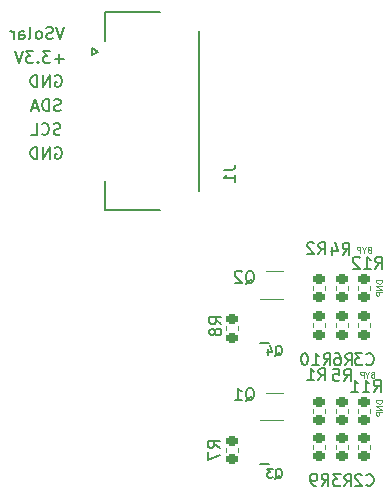
<source format=gbo>
%TF.GenerationSoftware,KiCad,Pcbnew,(6.0.4-0)*%
%TF.CreationDate,2022-05-09T11:38:03-07:00*%
%TF.ProjectId,solar-panel-side-X-minus,736f6c61-722d-4706-916e-656c2d736964,rev?*%
%TF.SameCoordinates,Original*%
%TF.FileFunction,Legend,Bot*%
%TF.FilePolarity,Positive*%
%FSLAX46Y46*%
G04 Gerber Fmt 4.6, Leading zero omitted, Abs format (unit mm)*
G04 Created by KiCad (PCBNEW (6.0.4-0)) date 2022-05-09 11:38:03*
%MOMM*%
%LPD*%
G01*
G04 APERTURE LIST*
G04 Aperture macros list*
%AMRoundRect*
0 Rectangle with rounded corners*
0 $1 Rounding radius*
0 $2 $3 $4 $5 $6 $7 $8 $9 X,Y pos of 4 corners*
0 Add a 4 corners polygon primitive as box body*
4,1,4,$2,$3,$4,$5,$6,$7,$8,$9,$2,$3,0*
0 Add four circle primitives for the rounded corners*
1,1,$1+$1,$2,$3*
1,1,$1+$1,$4,$5*
1,1,$1+$1,$6,$7*
1,1,$1+$1,$8,$9*
0 Add four rect primitives between the rounded corners*
20,1,$1+$1,$2,$3,$4,$5,0*
20,1,$1+$1,$4,$5,$6,$7,0*
20,1,$1+$1,$6,$7,$8,$9,0*
20,1,$1+$1,$8,$9,$2,$3,0*%
G04 Aperture macros list end*
%ADD10C,0.150000*%
%ADD11C,0.100000*%
%ADD12C,0.127000*%
%ADD13C,0.120000*%
%ADD14C,0.200000*%
%ADD15C,0.010000*%
%ADD16C,3.000000*%
%ADD17C,3.800000*%
%ADD18C,2.600000*%
%ADD19RoundRect,0.218750X0.256250X-0.218750X0.256250X0.218750X-0.256250X0.218750X-0.256250X-0.218750X0*%
%ADD20RoundRect,0.218750X-0.256250X0.218750X-0.256250X-0.218750X0.256250X-0.218750X0.256250X0.218750X0*%
%ADD21R,0.600000X0.400000*%
%ADD22R,0.650000X0.400000*%
G04 APERTURE END LIST*
D10*
X116585904Y-56904000D02*
X116681142Y-56856380D01*
X116824000Y-56856380D01*
X116966857Y-56904000D01*
X117062095Y-56999238D01*
X117109714Y-57094476D01*
X117157333Y-57284952D01*
X117157333Y-57427809D01*
X117109714Y-57618285D01*
X117062095Y-57713523D01*
X116966857Y-57808761D01*
X116824000Y-57856380D01*
X116728761Y-57856380D01*
X116585904Y-57808761D01*
X116538285Y-57761142D01*
X116538285Y-57427809D01*
X116728761Y-57427809D01*
X116109714Y-57856380D02*
X116109714Y-56856380D01*
X115538285Y-57856380D01*
X115538285Y-56856380D01*
X115062095Y-57856380D02*
X115062095Y-56856380D01*
X114824000Y-56856380D01*
X114681142Y-56904000D01*
X114585904Y-56999238D01*
X114538285Y-57094476D01*
X114490666Y-57284952D01*
X114490666Y-57427809D01*
X114538285Y-57618285D01*
X114585904Y-57713523D01*
X114681142Y-57808761D01*
X114824000Y-57856380D01*
X115062095Y-57856380D01*
D11*
X143178571Y-71624285D02*
X143107142Y-71648095D01*
X143083333Y-71671904D01*
X143059523Y-71719523D01*
X143059523Y-71790952D01*
X143083333Y-71838571D01*
X143107142Y-71862380D01*
X143154761Y-71886190D01*
X143345238Y-71886190D01*
X143345238Y-71386190D01*
X143178571Y-71386190D01*
X143130952Y-71410000D01*
X143107142Y-71433809D01*
X143083333Y-71481428D01*
X143083333Y-71529047D01*
X143107142Y-71576666D01*
X143130952Y-71600476D01*
X143178571Y-71624285D01*
X143345238Y-71624285D01*
X142750000Y-71648095D02*
X142750000Y-71886190D01*
X142916666Y-71386190D02*
X142750000Y-71648095D01*
X142583333Y-71386190D01*
X142416666Y-71886190D02*
X142416666Y-71386190D01*
X142226190Y-71386190D01*
X142178571Y-71410000D01*
X142154761Y-71433809D01*
X142130952Y-71481428D01*
X142130952Y-71552857D01*
X142154761Y-71600476D01*
X142178571Y-71624285D01*
X142226190Y-71648095D01*
X142416666Y-71648095D01*
D10*
X117014476Y-61872761D02*
X116871619Y-61920380D01*
X116633523Y-61920380D01*
X116538285Y-61872761D01*
X116490666Y-61825142D01*
X116443047Y-61729904D01*
X116443047Y-61634666D01*
X116490666Y-61539428D01*
X116538285Y-61491809D01*
X116633523Y-61444190D01*
X116824000Y-61396571D01*
X116919238Y-61348952D01*
X116966857Y-61301333D01*
X117014476Y-61206095D01*
X117014476Y-61110857D01*
X116966857Y-61015619D01*
X116919238Y-60968000D01*
X116824000Y-60920380D01*
X116585904Y-60920380D01*
X116443047Y-60968000D01*
X115443047Y-61825142D02*
X115490666Y-61872761D01*
X115633523Y-61920380D01*
X115728761Y-61920380D01*
X115871619Y-61872761D01*
X115966857Y-61777523D01*
X116014476Y-61682285D01*
X116062095Y-61491809D01*
X116062095Y-61348952D01*
X116014476Y-61158476D01*
X115966857Y-61063238D01*
X115871619Y-60968000D01*
X115728761Y-60920380D01*
X115633523Y-60920380D01*
X115490666Y-60968000D01*
X115443047Y-61015619D01*
X114538285Y-61920380D02*
X115014476Y-61920380D01*
X115014476Y-60920380D01*
X117347714Y-52792380D02*
X117014380Y-53792380D01*
X116681047Y-52792380D01*
X116395333Y-53744761D02*
X116252476Y-53792380D01*
X116014380Y-53792380D01*
X115919142Y-53744761D01*
X115871523Y-53697142D01*
X115823904Y-53601904D01*
X115823904Y-53506666D01*
X115871523Y-53411428D01*
X115919142Y-53363809D01*
X116014380Y-53316190D01*
X116204857Y-53268571D01*
X116300095Y-53220952D01*
X116347714Y-53173333D01*
X116395333Y-53078095D01*
X116395333Y-52982857D01*
X116347714Y-52887619D01*
X116300095Y-52840000D01*
X116204857Y-52792380D01*
X115966761Y-52792380D01*
X115823904Y-52840000D01*
X115252476Y-53792380D02*
X115347714Y-53744761D01*
X115395333Y-53697142D01*
X115442952Y-53601904D01*
X115442952Y-53316190D01*
X115395333Y-53220952D01*
X115347714Y-53173333D01*
X115252476Y-53125714D01*
X115109619Y-53125714D01*
X115014380Y-53173333D01*
X114966761Y-53220952D01*
X114919142Y-53316190D01*
X114919142Y-53601904D01*
X114966761Y-53697142D01*
X115014380Y-53744761D01*
X115109619Y-53792380D01*
X115252476Y-53792380D01*
X114347714Y-53792380D02*
X114442952Y-53744761D01*
X114490571Y-53649523D01*
X114490571Y-52792380D01*
X113538190Y-53792380D02*
X113538190Y-53268571D01*
X113585809Y-53173333D01*
X113681047Y-53125714D01*
X113871523Y-53125714D01*
X113966761Y-53173333D01*
X113538190Y-53744761D02*
X113633428Y-53792380D01*
X113871523Y-53792380D01*
X113966761Y-53744761D01*
X114014380Y-53649523D01*
X114014380Y-53554285D01*
X113966761Y-53459047D01*
X113871523Y-53411428D01*
X113633428Y-53411428D01*
X113538190Y-53363809D01*
X113061999Y-53792380D02*
X113061999Y-53125714D01*
X113061999Y-53316190D02*
X113014380Y-53220952D01*
X112966761Y-53173333D01*
X112871523Y-53125714D01*
X112776285Y-53125714D01*
X117038285Y-59840761D02*
X116895428Y-59888380D01*
X116657333Y-59888380D01*
X116562095Y-59840761D01*
X116514476Y-59793142D01*
X116466857Y-59697904D01*
X116466857Y-59602666D01*
X116514476Y-59507428D01*
X116562095Y-59459809D01*
X116657333Y-59412190D01*
X116847809Y-59364571D01*
X116943047Y-59316952D01*
X116990666Y-59269333D01*
X117038285Y-59174095D01*
X117038285Y-59078857D01*
X116990666Y-58983619D01*
X116943047Y-58936000D01*
X116847809Y-58888380D01*
X116609714Y-58888380D01*
X116466857Y-58936000D01*
X116038285Y-59888380D02*
X116038285Y-58888380D01*
X115800190Y-58888380D01*
X115657333Y-58936000D01*
X115562095Y-59031238D01*
X115514476Y-59126476D01*
X115466857Y-59316952D01*
X115466857Y-59459809D01*
X115514476Y-59650285D01*
X115562095Y-59745523D01*
X115657333Y-59840761D01*
X115800190Y-59888380D01*
X116038285Y-59888380D01*
X115085904Y-59602666D02*
X114609714Y-59602666D01*
X115181142Y-59888380D02*
X114847809Y-58888380D01*
X114514476Y-59888380D01*
D11*
X144262190Y-84373642D02*
X143762190Y-84373642D01*
X143762190Y-84492690D01*
X143786000Y-84564119D01*
X143833619Y-84611738D01*
X143881238Y-84635547D01*
X143976476Y-84659357D01*
X144047904Y-84659357D01*
X144143142Y-84635547D01*
X144190761Y-84611738D01*
X144238380Y-84564119D01*
X144262190Y-84492690D01*
X144262190Y-84373642D01*
X144262190Y-84873642D02*
X143762190Y-84873642D01*
X144262190Y-85159357D01*
X143762190Y-85159357D01*
X144262190Y-85397452D02*
X143762190Y-85397452D01*
X143762190Y-85587928D01*
X143786000Y-85635547D01*
X143809809Y-85659357D01*
X143857428Y-85683166D01*
X143928857Y-85683166D01*
X143976476Y-85659357D01*
X144000285Y-85635547D01*
X144024095Y-85587928D01*
X144024095Y-85397452D01*
D10*
X117316000Y-55443428D02*
X116554095Y-55443428D01*
X116935047Y-55824380D02*
X116935047Y-55062476D01*
X116173142Y-54824380D02*
X115554095Y-54824380D01*
X115887428Y-55205333D01*
X115744571Y-55205333D01*
X115649333Y-55252952D01*
X115601714Y-55300571D01*
X115554095Y-55395809D01*
X115554095Y-55633904D01*
X115601714Y-55729142D01*
X115649333Y-55776761D01*
X115744571Y-55824380D01*
X116030285Y-55824380D01*
X116125523Y-55776761D01*
X116173142Y-55729142D01*
X115125523Y-55729142D02*
X115077904Y-55776761D01*
X115125523Y-55824380D01*
X115173142Y-55776761D01*
X115125523Y-55729142D01*
X115125523Y-55824380D01*
X114744571Y-54824380D02*
X114125523Y-54824380D01*
X114458857Y-55205333D01*
X114316000Y-55205333D01*
X114220761Y-55252952D01*
X114173142Y-55300571D01*
X114125523Y-55395809D01*
X114125523Y-55633904D01*
X114173142Y-55729142D01*
X114220761Y-55776761D01*
X114316000Y-55824380D01*
X114601714Y-55824380D01*
X114696952Y-55776761D01*
X114744571Y-55729142D01*
X113839809Y-54824380D02*
X113506476Y-55824380D01*
X113173142Y-54824380D01*
D11*
X144262190Y-74213642D02*
X143762190Y-74213642D01*
X143762190Y-74332690D01*
X143786000Y-74404119D01*
X143833619Y-74451738D01*
X143881238Y-74475547D01*
X143976476Y-74499357D01*
X144047904Y-74499357D01*
X144143142Y-74475547D01*
X144190761Y-74451738D01*
X144238380Y-74404119D01*
X144262190Y-74332690D01*
X144262190Y-74213642D01*
X144262190Y-74713642D02*
X143762190Y-74713642D01*
X144262190Y-74999357D01*
X143762190Y-74999357D01*
X144262190Y-75237452D02*
X143762190Y-75237452D01*
X143762190Y-75427928D01*
X143786000Y-75475547D01*
X143809809Y-75499357D01*
X143857428Y-75523166D01*
X143928857Y-75523166D01*
X143976476Y-75499357D01*
X144000285Y-75475547D01*
X144024095Y-75427928D01*
X144024095Y-75237452D01*
D10*
X116585904Y-63000000D02*
X116681142Y-62952380D01*
X116824000Y-62952380D01*
X116966857Y-63000000D01*
X117062095Y-63095238D01*
X117109714Y-63190476D01*
X117157333Y-63380952D01*
X117157333Y-63523809D01*
X117109714Y-63714285D01*
X117062095Y-63809523D01*
X116966857Y-63904761D01*
X116824000Y-63952380D01*
X116728761Y-63952380D01*
X116585904Y-63904761D01*
X116538285Y-63857142D01*
X116538285Y-63523809D01*
X116728761Y-63523809D01*
X116109714Y-63952380D02*
X116109714Y-62952380D01*
X115538285Y-63952380D01*
X115538285Y-62952380D01*
X115062095Y-63952380D02*
X115062095Y-62952380D01*
X114824000Y-62952380D01*
X114681142Y-63000000D01*
X114585904Y-63095238D01*
X114538285Y-63190476D01*
X114490666Y-63380952D01*
X114490666Y-63523809D01*
X114538285Y-63714285D01*
X114585904Y-63809523D01*
X114681142Y-63904761D01*
X114824000Y-63952380D01*
X115062095Y-63952380D01*
D11*
X143448571Y-82186785D02*
X143377142Y-82210595D01*
X143353333Y-82234404D01*
X143329523Y-82282023D01*
X143329523Y-82353452D01*
X143353333Y-82401071D01*
X143377142Y-82424880D01*
X143424761Y-82448690D01*
X143615238Y-82448690D01*
X143615238Y-81948690D01*
X143448571Y-81948690D01*
X143400952Y-81972500D01*
X143377142Y-81996309D01*
X143353333Y-82043928D01*
X143353333Y-82091547D01*
X143377142Y-82139166D01*
X143400952Y-82162976D01*
X143448571Y-82186785D01*
X143615238Y-82186785D01*
X143020000Y-82210595D02*
X143020000Y-82448690D01*
X143186666Y-81948690D02*
X143020000Y-82210595D01*
X142853333Y-81948690D01*
X142686666Y-82448690D02*
X142686666Y-81948690D01*
X142496190Y-81948690D01*
X142448571Y-81972500D01*
X142424761Y-81996309D01*
X142400952Y-82043928D01*
X142400952Y-82115357D01*
X142424761Y-82162976D01*
X142448571Y-82186785D01*
X142496190Y-82210595D01*
X142686666Y-82210595D01*
D10*
%TO.C,J1*%
X130837380Y-64866666D02*
X131551666Y-64866666D01*
X131694523Y-64819047D01*
X131789761Y-64723809D01*
X131837380Y-64580952D01*
X131837380Y-64485714D01*
X131837380Y-65866666D02*
X131837380Y-65295238D01*
X131837380Y-65580952D02*
X130837380Y-65580952D01*
X130980238Y-65485714D01*
X131075476Y-65390476D01*
X131123095Y-65295238D01*
%TO.C,R12*%
X143682857Y-73222380D02*
X144016190Y-72746190D01*
X144254285Y-73222380D02*
X144254285Y-72222380D01*
X143873333Y-72222380D01*
X143778095Y-72270000D01*
X143730476Y-72317619D01*
X143682857Y-72412857D01*
X143682857Y-72555714D01*
X143730476Y-72650952D01*
X143778095Y-72698571D01*
X143873333Y-72746190D01*
X144254285Y-72746190D01*
X142730476Y-73222380D02*
X143301904Y-73222380D01*
X143016190Y-73222380D02*
X143016190Y-72222380D01*
X143111428Y-72365238D01*
X143206666Y-72460476D01*
X143301904Y-72508095D01*
X142349523Y-72317619D02*
X142301904Y-72270000D01*
X142206666Y-72222380D01*
X141968571Y-72222380D01*
X141873333Y-72270000D01*
X141825714Y-72317619D01*
X141778095Y-72412857D01*
X141778095Y-72508095D01*
X141825714Y-72650952D01*
X142397142Y-73222380D01*
X141778095Y-73222380D01*
%TO.C,R7*%
X130500380Y-88405833D02*
X130024190Y-88072500D01*
X130500380Y-87834404D02*
X129500380Y-87834404D01*
X129500380Y-88215357D01*
X129548000Y-88310595D01*
X129595619Y-88358214D01*
X129690857Y-88405833D01*
X129833714Y-88405833D01*
X129928952Y-88358214D01*
X129976571Y-88310595D01*
X130024190Y-88215357D01*
X130024190Y-87834404D01*
X129500380Y-88739166D02*
X129500380Y-89405833D01*
X130500380Y-88977261D01*
%TO.C,R8*%
X130642380Y-77933333D02*
X130166190Y-77600000D01*
X130642380Y-77361904D02*
X129642380Y-77361904D01*
X129642380Y-77742857D01*
X129690000Y-77838095D01*
X129737619Y-77885714D01*
X129832857Y-77933333D01*
X129975714Y-77933333D01*
X130070952Y-77885714D01*
X130118571Y-77838095D01*
X130166190Y-77742857D01*
X130166190Y-77361904D01*
X130070952Y-78504761D02*
X130023333Y-78409523D01*
X129975714Y-78361904D01*
X129880476Y-78314285D01*
X129832857Y-78314285D01*
X129737619Y-78361904D01*
X129690000Y-78409523D01*
X129642380Y-78504761D01*
X129642380Y-78695238D01*
X129690000Y-78790476D01*
X129737619Y-78838095D01*
X129832857Y-78885714D01*
X129880476Y-78885714D01*
X129975714Y-78838095D01*
X130023333Y-78790476D01*
X130070952Y-78695238D01*
X130070952Y-78504761D01*
X130118571Y-78409523D01*
X130166190Y-78361904D01*
X130261428Y-78314285D01*
X130451904Y-78314285D01*
X130547142Y-78361904D01*
X130594761Y-78409523D01*
X130642380Y-78504761D01*
X130642380Y-78695238D01*
X130594761Y-78790476D01*
X130547142Y-78838095D01*
X130451904Y-78885714D01*
X130261428Y-78885714D01*
X130166190Y-78838095D01*
X130118571Y-78790476D01*
X130070952Y-78695238D01*
%TO.C,R10*%
X139312857Y-81382380D02*
X139646190Y-80906190D01*
X139884285Y-81382380D02*
X139884285Y-80382380D01*
X139503333Y-80382380D01*
X139408095Y-80430000D01*
X139360476Y-80477619D01*
X139312857Y-80572857D01*
X139312857Y-80715714D01*
X139360476Y-80810952D01*
X139408095Y-80858571D01*
X139503333Y-80906190D01*
X139884285Y-80906190D01*
X138360476Y-81382380D02*
X138931904Y-81382380D01*
X138646190Y-81382380D02*
X138646190Y-80382380D01*
X138741428Y-80525238D01*
X138836666Y-80620476D01*
X138931904Y-80668095D01*
X137741428Y-80382380D02*
X137646190Y-80382380D01*
X137550952Y-80430000D01*
X137503333Y-80477619D01*
X137455714Y-80572857D01*
X137408095Y-80763333D01*
X137408095Y-81001428D01*
X137455714Y-81191904D01*
X137503333Y-81287142D01*
X137550952Y-81334761D01*
X137646190Y-81382380D01*
X137741428Y-81382380D01*
X137836666Y-81334761D01*
X137884285Y-81287142D01*
X137931904Y-81191904D01*
X137979523Y-81001428D01*
X137979523Y-80763333D01*
X137931904Y-80572857D01*
X137884285Y-80477619D01*
X137836666Y-80430000D01*
X137741428Y-80382380D01*
%TO.C,R11*%
X143562857Y-83652380D02*
X143896190Y-83176190D01*
X144134285Y-83652380D02*
X144134285Y-82652380D01*
X143753333Y-82652380D01*
X143658095Y-82700000D01*
X143610476Y-82747619D01*
X143562857Y-82842857D01*
X143562857Y-82985714D01*
X143610476Y-83080952D01*
X143658095Y-83128571D01*
X143753333Y-83176190D01*
X144134285Y-83176190D01*
X142610476Y-83652380D02*
X143181904Y-83652380D01*
X142896190Y-83652380D02*
X142896190Y-82652380D01*
X142991428Y-82795238D01*
X143086666Y-82890476D01*
X143181904Y-82938095D01*
X141658095Y-83652380D02*
X142229523Y-83652380D01*
X141943809Y-83652380D02*
X141943809Y-82652380D01*
X142039047Y-82795238D01*
X142134285Y-82890476D01*
X142229523Y-82938095D01*
%TO.C,R2*%
X138868666Y-72006880D02*
X139202000Y-71530690D01*
X139440095Y-72006880D02*
X139440095Y-71006880D01*
X139059142Y-71006880D01*
X138963904Y-71054500D01*
X138916285Y-71102119D01*
X138868666Y-71197357D01*
X138868666Y-71340214D01*
X138916285Y-71435452D01*
X138963904Y-71483071D01*
X139059142Y-71530690D01*
X139440095Y-71530690D01*
X138487714Y-71102119D02*
X138440095Y-71054500D01*
X138344857Y-71006880D01*
X138106761Y-71006880D01*
X138011523Y-71054500D01*
X137963904Y-71102119D01*
X137916285Y-71197357D01*
X137916285Y-71292595D01*
X137963904Y-71435452D01*
X138535333Y-72006880D01*
X137916285Y-72006880D01*
%TO.C,R1*%
X138868666Y-82674880D02*
X139202000Y-82198690D01*
X139440095Y-82674880D02*
X139440095Y-81674880D01*
X139059142Y-81674880D01*
X138963904Y-81722500D01*
X138916285Y-81770119D01*
X138868666Y-81865357D01*
X138868666Y-82008214D01*
X138916285Y-82103452D01*
X138963904Y-82151071D01*
X139059142Y-82198690D01*
X139440095Y-82198690D01*
X137916285Y-82674880D02*
X138487714Y-82674880D01*
X138202000Y-82674880D02*
X138202000Y-81674880D01*
X138297238Y-81817738D01*
X138392476Y-81912976D01*
X138487714Y-81960595D01*
D12*
%TO.C,Q3*%
X135218571Y-91021785D02*
X135291142Y-90985500D01*
X135363714Y-90912928D01*
X135472571Y-90804071D01*
X135545142Y-90767785D01*
X135617714Y-90767785D01*
X135581428Y-90949214D02*
X135654000Y-90912928D01*
X135726571Y-90840357D01*
X135762857Y-90695214D01*
X135762857Y-90441214D01*
X135726571Y-90296071D01*
X135654000Y-90223500D01*
X135581428Y-90187214D01*
X135436285Y-90187214D01*
X135363714Y-90223500D01*
X135291142Y-90296071D01*
X135254857Y-90441214D01*
X135254857Y-90695214D01*
X135291142Y-90840357D01*
X135363714Y-90912928D01*
X135436285Y-90949214D01*
X135581428Y-90949214D01*
X135000857Y-90187214D02*
X134529142Y-90187214D01*
X134783142Y-90477500D01*
X134674285Y-90477500D01*
X134601714Y-90513785D01*
X134565428Y-90550071D01*
X134529142Y-90622642D01*
X134529142Y-90804071D01*
X134565428Y-90876642D01*
X134601714Y-90912928D01*
X134674285Y-90949214D01*
X134892000Y-90949214D01*
X134964571Y-90912928D01*
X135000857Y-90876642D01*
%TO.C,Q4*%
X135218571Y-80607785D02*
X135291142Y-80571500D01*
X135363714Y-80498928D01*
X135472571Y-80390071D01*
X135545142Y-80353785D01*
X135617714Y-80353785D01*
X135581428Y-80535214D02*
X135654000Y-80498928D01*
X135726571Y-80426357D01*
X135762857Y-80281214D01*
X135762857Y-80027214D01*
X135726571Y-79882071D01*
X135654000Y-79809500D01*
X135581428Y-79773214D01*
X135436285Y-79773214D01*
X135363714Y-79809500D01*
X135291142Y-79882071D01*
X135254857Y-80027214D01*
X135254857Y-80281214D01*
X135291142Y-80426357D01*
X135363714Y-80498928D01*
X135436285Y-80535214D01*
X135581428Y-80535214D01*
X134601714Y-80027214D02*
X134601714Y-80535214D01*
X134783142Y-79736928D02*
X134964571Y-80281214D01*
X134492857Y-80281214D01*
D10*
%TO.C,C3*%
X142932666Y-81309642D02*
X142980285Y-81357261D01*
X143123142Y-81404880D01*
X143218380Y-81404880D01*
X143361238Y-81357261D01*
X143456476Y-81262023D01*
X143504095Y-81166785D01*
X143551714Y-80976309D01*
X143551714Y-80833452D01*
X143504095Y-80642976D01*
X143456476Y-80547738D01*
X143361238Y-80452500D01*
X143218380Y-80404880D01*
X143123142Y-80404880D01*
X142980285Y-80452500D01*
X142932666Y-80500119D01*
X142599333Y-80404880D02*
X141980285Y-80404880D01*
X142313619Y-80785833D01*
X142170761Y-80785833D01*
X142075523Y-80833452D01*
X142027904Y-80881071D01*
X141980285Y-80976309D01*
X141980285Y-81214404D01*
X142027904Y-81309642D01*
X142075523Y-81357261D01*
X142170761Y-81404880D01*
X142456476Y-81404880D01*
X142551714Y-81357261D01*
X142599333Y-81309642D01*
%TO.C,C2*%
X142914666Y-91543142D02*
X142962285Y-91590761D01*
X143105142Y-91638380D01*
X143200380Y-91638380D01*
X143343238Y-91590761D01*
X143438476Y-91495523D01*
X143486095Y-91400285D01*
X143533714Y-91209809D01*
X143533714Y-91066952D01*
X143486095Y-90876476D01*
X143438476Y-90781238D01*
X143343238Y-90686000D01*
X143200380Y-90638380D01*
X143105142Y-90638380D01*
X142962285Y-90686000D01*
X142914666Y-90733619D01*
X142533714Y-90733619D02*
X142486095Y-90686000D01*
X142390857Y-90638380D01*
X142152761Y-90638380D01*
X142057523Y-90686000D01*
X142009904Y-90733619D01*
X141962285Y-90828857D01*
X141962285Y-90924095D01*
X142009904Y-91066952D01*
X142581333Y-91638380D01*
X141962285Y-91638380D01*
%TO.C,R6*%
X141154666Y-81404880D02*
X141488000Y-80928690D01*
X141726095Y-81404880D02*
X141726095Y-80404880D01*
X141345142Y-80404880D01*
X141249904Y-80452500D01*
X141202285Y-80500119D01*
X141154666Y-80595357D01*
X141154666Y-80738214D01*
X141202285Y-80833452D01*
X141249904Y-80881071D01*
X141345142Y-80928690D01*
X141726095Y-80928690D01*
X140297523Y-80404880D02*
X140488000Y-80404880D01*
X140583238Y-80452500D01*
X140630857Y-80500119D01*
X140726095Y-80642976D01*
X140773714Y-80833452D01*
X140773714Y-81214404D01*
X140726095Y-81309642D01*
X140678476Y-81357261D01*
X140583238Y-81404880D01*
X140392761Y-81404880D01*
X140297523Y-81357261D01*
X140249904Y-81309642D01*
X140202285Y-81214404D01*
X140202285Y-80976309D01*
X140249904Y-80881071D01*
X140297523Y-80833452D01*
X140392761Y-80785833D01*
X140583238Y-80785833D01*
X140678476Y-80833452D01*
X140726095Y-80881071D01*
X140773714Y-80976309D01*
%TO.C,Q2*%
X132701238Y-74515119D02*
X132796476Y-74467500D01*
X132891714Y-74372261D01*
X133034571Y-74229404D01*
X133129809Y-74181785D01*
X133225047Y-74181785D01*
X133177428Y-74419880D02*
X133272666Y-74372261D01*
X133367904Y-74277023D01*
X133415523Y-74086547D01*
X133415523Y-73753214D01*
X133367904Y-73562738D01*
X133272666Y-73467500D01*
X133177428Y-73419880D01*
X132986952Y-73419880D01*
X132891714Y-73467500D01*
X132796476Y-73562738D01*
X132748857Y-73753214D01*
X132748857Y-74086547D01*
X132796476Y-74277023D01*
X132891714Y-74372261D01*
X132986952Y-74419880D01*
X133177428Y-74419880D01*
X132367904Y-73515119D02*
X132320285Y-73467500D01*
X132225047Y-73419880D01*
X131986952Y-73419880D01*
X131891714Y-73467500D01*
X131844095Y-73515119D01*
X131796476Y-73610357D01*
X131796476Y-73705595D01*
X131844095Y-73848452D01*
X132415523Y-74419880D01*
X131796476Y-74419880D01*
%TO.C,R5*%
X141026666Y-82732380D02*
X141360000Y-82256190D01*
X141598095Y-82732380D02*
X141598095Y-81732380D01*
X141217142Y-81732380D01*
X141121904Y-81780000D01*
X141074285Y-81827619D01*
X141026666Y-81922857D01*
X141026666Y-82065714D01*
X141074285Y-82160952D01*
X141121904Y-82208571D01*
X141217142Y-82256190D01*
X141598095Y-82256190D01*
X140121904Y-81732380D02*
X140598095Y-81732380D01*
X140645714Y-82208571D01*
X140598095Y-82160952D01*
X140502857Y-82113333D01*
X140264761Y-82113333D01*
X140169523Y-82160952D01*
X140121904Y-82208571D01*
X140074285Y-82303809D01*
X140074285Y-82541904D01*
X140121904Y-82637142D01*
X140169523Y-82684761D01*
X140264761Y-82732380D01*
X140502857Y-82732380D01*
X140598095Y-82684761D01*
X140645714Y-82637142D01*
%TO.C,Q1*%
X132701238Y-84421119D02*
X132796476Y-84373500D01*
X132891714Y-84278261D01*
X133034571Y-84135404D01*
X133129809Y-84087785D01*
X133225047Y-84087785D01*
X133177428Y-84325880D02*
X133272666Y-84278261D01*
X133367904Y-84183023D01*
X133415523Y-83992547D01*
X133415523Y-83659214D01*
X133367904Y-83468738D01*
X133272666Y-83373500D01*
X133177428Y-83325880D01*
X132986952Y-83325880D01*
X132891714Y-83373500D01*
X132796476Y-83468738D01*
X132748857Y-83659214D01*
X132748857Y-83992547D01*
X132796476Y-84183023D01*
X132891714Y-84278261D01*
X132986952Y-84325880D01*
X133177428Y-84325880D01*
X131796476Y-84325880D02*
X132367904Y-84325880D01*
X132082190Y-84325880D02*
X132082190Y-83325880D01*
X132177428Y-83468738D01*
X132272666Y-83563976D01*
X132367904Y-83611595D01*
%TO.C,R3*%
X141076666Y-91652380D02*
X141410000Y-91176190D01*
X141648095Y-91652380D02*
X141648095Y-90652380D01*
X141267142Y-90652380D01*
X141171904Y-90700000D01*
X141124285Y-90747619D01*
X141076666Y-90842857D01*
X141076666Y-90985714D01*
X141124285Y-91080952D01*
X141171904Y-91128571D01*
X141267142Y-91176190D01*
X141648095Y-91176190D01*
X140743333Y-90652380D02*
X140124285Y-90652380D01*
X140457619Y-91033333D01*
X140314761Y-91033333D01*
X140219523Y-91080952D01*
X140171904Y-91128571D01*
X140124285Y-91223809D01*
X140124285Y-91461904D01*
X140171904Y-91557142D01*
X140219523Y-91604761D01*
X140314761Y-91652380D01*
X140600476Y-91652380D01*
X140695714Y-91604761D01*
X140743333Y-91557142D01*
%TO.C,R4*%
X140916666Y-72052380D02*
X141250000Y-71576190D01*
X141488095Y-72052380D02*
X141488095Y-71052380D01*
X141107142Y-71052380D01*
X141011904Y-71100000D01*
X140964285Y-71147619D01*
X140916666Y-71242857D01*
X140916666Y-71385714D01*
X140964285Y-71480952D01*
X141011904Y-71528571D01*
X141107142Y-71576190D01*
X141488095Y-71576190D01*
X140059523Y-71385714D02*
X140059523Y-72052380D01*
X140297619Y-71004761D02*
X140535714Y-71719047D01*
X139916666Y-71719047D01*
%TO.C,R9*%
X139136666Y-91592380D02*
X139470000Y-91116190D01*
X139708095Y-91592380D02*
X139708095Y-90592380D01*
X139327142Y-90592380D01*
X139231904Y-90640000D01*
X139184285Y-90687619D01*
X139136666Y-90782857D01*
X139136666Y-90925714D01*
X139184285Y-91020952D01*
X139231904Y-91068571D01*
X139327142Y-91116190D01*
X139708095Y-91116190D01*
X138660476Y-91592380D02*
X138470000Y-91592380D01*
X138374761Y-91544761D01*
X138327142Y-91497142D01*
X138231904Y-91354285D01*
X138184285Y-91163809D01*
X138184285Y-90782857D01*
X138231904Y-90687619D01*
X138279523Y-90640000D01*
X138374761Y-90592380D01*
X138565238Y-90592380D01*
X138660476Y-90640000D01*
X138708095Y-90687619D01*
X138755714Y-90782857D01*
X138755714Y-91020952D01*
X138708095Y-91116190D01*
X138660476Y-91163809D01*
X138565238Y-91211428D01*
X138374761Y-91211428D01*
X138279523Y-91163809D01*
X138231904Y-91116190D01*
X138184285Y-91020952D01*
D12*
%TO.C,J1*%
X120825000Y-51500000D02*
X120825000Y-53975000D01*
X119680000Y-55175000D02*
X120180000Y-54875000D01*
X120825000Y-68250000D02*
X125450000Y-68250000D01*
X120825000Y-65775000D02*
X120825000Y-68250000D01*
X119680000Y-54575000D02*
X119680000Y-55175000D01*
X120180000Y-54875000D02*
X119680000Y-54575000D01*
X125450000Y-51500000D02*
X120825000Y-51500000D01*
X128775000Y-53075000D02*
X128775000Y-66675000D01*
D13*
%TO.C,R12*%
X143268000Y-74709721D02*
X143268000Y-75035279D01*
X142248000Y-74709721D02*
X142248000Y-75035279D01*
%TO.C,R7*%
X131080000Y-88409721D02*
X131080000Y-88735279D01*
X132100000Y-88409721D02*
X132100000Y-88735279D01*
%TO.C,R8*%
X131080000Y-78123721D02*
X131080000Y-78449279D01*
X132100000Y-78123721D02*
X132100000Y-78449279D01*
%TO.C,R10*%
X139458000Y-78195279D02*
X139458000Y-77869721D01*
X138438000Y-78195279D02*
X138438000Y-77869721D01*
%TO.C,R11*%
X142248000Y-85133221D02*
X142248000Y-85458779D01*
X143268000Y-85133221D02*
X143268000Y-85458779D01*
%TO.C,R2*%
X139458000Y-75035279D02*
X139458000Y-74709721D01*
X138438000Y-75035279D02*
X138438000Y-74709721D01*
%TO.C,R1*%
X138438000Y-85458779D02*
X138438000Y-85133221D01*
X139458000Y-85458779D02*
X139458000Y-85133221D01*
D14*
%TO.C,Q3*%
X133906000Y-89772500D02*
X134646000Y-89772500D01*
%TO.C,Q4*%
X133906000Y-79486500D02*
X134646000Y-79486500D01*
D13*
%TO.C,C3*%
X143268000Y-78195279D02*
X143268000Y-77869721D01*
X142248000Y-78195279D02*
X142248000Y-77869721D01*
%TO.C,C2*%
X143268000Y-88481279D02*
X143268000Y-88155721D01*
X142248000Y-88481279D02*
X142248000Y-88155721D01*
%TO.C,R6*%
X140343000Y-77869721D02*
X140343000Y-78195279D01*
X141363000Y-77869721D02*
X141363000Y-78195279D01*
%TO.C,Q2*%
X135846000Y-75778500D02*
X133946000Y-75778500D01*
X134446000Y-73458500D02*
X135846000Y-73458500D01*
%TO.C,R5*%
X141363000Y-88481279D02*
X141363000Y-88155721D01*
X140343000Y-88481279D02*
X140343000Y-88155721D01*
%TO.C,Q1*%
X135846000Y-86064500D02*
X133946000Y-86064500D01*
X134446000Y-83744500D02*
X135846000Y-83744500D01*
%TO.C,R3*%
X140343000Y-85133221D02*
X140343000Y-85458779D01*
X141363000Y-85133221D02*
X141363000Y-85458779D01*
%TO.C,R4*%
X141363000Y-74709721D02*
X141363000Y-75035279D01*
X140343000Y-74709721D02*
X140343000Y-75035279D01*
%TO.C,R9*%
X139458000Y-88481279D02*
X139458000Y-88155721D01*
X138438000Y-88481279D02*
X138438000Y-88155721D01*
%TD*%
%LPC*%
%TO.C,J1*%
G36*
X122051200Y-63501200D02*
G01*
X120448800Y-63501200D01*
X120448800Y-62248800D01*
X122051200Y-62248800D01*
X122051200Y-63501200D01*
G37*
D15*
X122051200Y-63501200D02*
X120448800Y-63501200D01*
X120448800Y-62248800D01*
X122051200Y-62248800D01*
X122051200Y-63501200D01*
G36*
X128751200Y-52731200D02*
G01*
X125698800Y-52731200D01*
X125698800Y-51228800D01*
X128751200Y-51228800D01*
X128751200Y-52731200D01*
G37*
X128751200Y-52731200D02*
X125698800Y-52731200D01*
X125698800Y-51228800D01*
X128751200Y-51228800D01*
X128751200Y-52731200D01*
G36*
X122051200Y-55501200D02*
G01*
X120448800Y-55501200D01*
X120448800Y-54248800D01*
X122051200Y-54248800D01*
X122051200Y-55501200D01*
G37*
X122051200Y-55501200D02*
X120448800Y-55501200D01*
X120448800Y-54248800D01*
X122051200Y-54248800D01*
X122051200Y-55501200D01*
G36*
X122051200Y-57501200D02*
G01*
X120448800Y-57501200D01*
X120448800Y-56248800D01*
X122051200Y-56248800D01*
X122051200Y-57501200D01*
G37*
X122051200Y-57501200D02*
X120448800Y-57501200D01*
X120448800Y-56248800D01*
X122051200Y-56248800D01*
X122051200Y-57501200D01*
G36*
X128751200Y-68521200D02*
G01*
X125698800Y-68521200D01*
X125698800Y-67018800D01*
X128751200Y-67018800D01*
X128751200Y-68521200D01*
G37*
X128751200Y-68521200D02*
X125698800Y-68521200D01*
X125698800Y-67018800D01*
X128751200Y-67018800D01*
X128751200Y-68521200D01*
G36*
X122051200Y-59501200D02*
G01*
X120448800Y-59501200D01*
X120448800Y-58248800D01*
X122051200Y-58248800D01*
X122051200Y-59501200D01*
G37*
X122051200Y-59501200D02*
X120448800Y-59501200D01*
X120448800Y-58248800D01*
X122051200Y-58248800D01*
X122051200Y-59501200D01*
G36*
X122051200Y-65501200D02*
G01*
X120448800Y-65501200D01*
X120448800Y-64248800D01*
X122051200Y-64248800D01*
X122051200Y-65501200D01*
G37*
X122051200Y-65501200D02*
X120448800Y-65501200D01*
X120448800Y-64248800D01*
X122051200Y-64248800D01*
X122051200Y-65501200D01*
G36*
X122051200Y-61501200D02*
G01*
X120448800Y-61501200D01*
X120448800Y-60248800D01*
X122051200Y-60248800D01*
X122051200Y-61501200D01*
G37*
X122051200Y-61501200D02*
X120448800Y-61501200D01*
X120448800Y-60248800D01*
X122051200Y-60248800D01*
X122051200Y-61501200D01*
%TD*%
D16*
%TO.C,SC1*%
X122125000Y-48400000D03*
X131125000Y-48400000D03*
%TD*%
%TO.C,SC2*%
X171125000Y-48400000D03*
X180125000Y-48400000D03*
%TD*%
%TO.C,SC3*%
X155800000Y-101975000D03*
X155800000Y-92975000D03*
%TD*%
%TO.C,SC4*%
X155750000Y-124550000D03*
X155750000Y-115550000D03*
%TD*%
%TO.C,SC5*%
X146200000Y-115550000D03*
X146200000Y-124550000D03*
%TD*%
%TO.C,SC6*%
X146350000Y-92975000D03*
X146350000Y-101975000D03*
%TD*%
D17*
%TO.C,H1*%
X189660000Y-46150000D03*
D18*
X189660000Y-46150000D03*
%TD*%
%TO.C,H2*%
X151160000Y-46150000D03*
D17*
X151160000Y-46150000D03*
%TD*%
D18*
%TO.C,H3*%
X112660000Y-46150000D03*
D17*
X112660000Y-46150000D03*
%TD*%
D18*
%TO.C,H4*%
X112660000Y-93150000D03*
D17*
X112660000Y-93150000D03*
%TD*%
%TO.C,H5*%
X112660000Y-140150000D03*
D18*
X112660000Y-140150000D03*
%TD*%
D17*
%TO.C,H6*%
X151160000Y-140150000D03*
D18*
X151160000Y-140150000D03*
%TD*%
%TO.C,H7*%
X189660000Y-140150000D03*
D17*
X189660000Y-140150000D03*
%TD*%
%TO.C,H8*%
X189660000Y-93150000D03*
D18*
X189660000Y-93150000D03*
%TD*%
D19*
%TO.C,R12*%
X142758000Y-74085000D03*
X142758000Y-75660000D03*
%TD*%
%TO.C,R7*%
X131590000Y-87785000D03*
X131590000Y-89360000D03*
%TD*%
%TO.C,R8*%
X131590000Y-77499000D03*
X131590000Y-79074000D03*
%TD*%
D20*
%TO.C,R10*%
X138948000Y-78820000D03*
X138948000Y-77245000D03*
%TD*%
D19*
%TO.C,R11*%
X142758000Y-84508500D03*
X142758000Y-86083500D03*
%TD*%
D20*
%TO.C,R2*%
X138948000Y-75660000D03*
X138948000Y-74085000D03*
%TD*%
%TO.C,R1*%
X138948000Y-86083500D03*
X138948000Y-84508500D03*
%TD*%
D21*
%TO.C,Q3*%
X134196000Y-89222500D03*
X134196000Y-88572500D03*
X134196000Y-87922500D03*
X136096000Y-87922500D03*
X136096000Y-88572500D03*
X136096000Y-89222500D03*
%TD*%
%TO.C,Q4*%
X134196000Y-78936500D03*
X134196000Y-78286500D03*
X134196000Y-77636500D03*
X136096000Y-77636500D03*
X136096000Y-78286500D03*
X136096000Y-78936500D03*
%TD*%
D20*
%TO.C,C3*%
X142758000Y-78820000D03*
X142758000Y-77245000D03*
%TD*%
%TO.C,C2*%
X142758000Y-89106000D03*
X142758000Y-87531000D03*
%TD*%
D19*
%TO.C,R6*%
X140853000Y-77245000D03*
X140853000Y-78820000D03*
%TD*%
D22*
%TO.C,Q2*%
X134196000Y-75268500D03*
X134196000Y-74618500D03*
X134196000Y-73968500D03*
X136096000Y-73968500D03*
X136096000Y-74618500D03*
X136096000Y-75268500D03*
%TD*%
D20*
%TO.C,R5*%
X140853000Y-89106000D03*
X140853000Y-87531000D03*
%TD*%
D22*
%TO.C,Q1*%
X134196000Y-85554500D03*
X134196000Y-84904500D03*
X134196000Y-84254500D03*
X136096000Y-84254500D03*
X136096000Y-84904500D03*
X136096000Y-85554500D03*
%TD*%
D19*
%TO.C,R3*%
X140853000Y-84508500D03*
X140853000Y-86083500D03*
%TD*%
%TO.C,R4*%
X140853000Y-74085000D03*
X140853000Y-75660000D03*
%TD*%
%TO.C,R9*%
X138948000Y-89106000D03*
X138948000Y-87531000D03*
%TD*%
M02*

</source>
